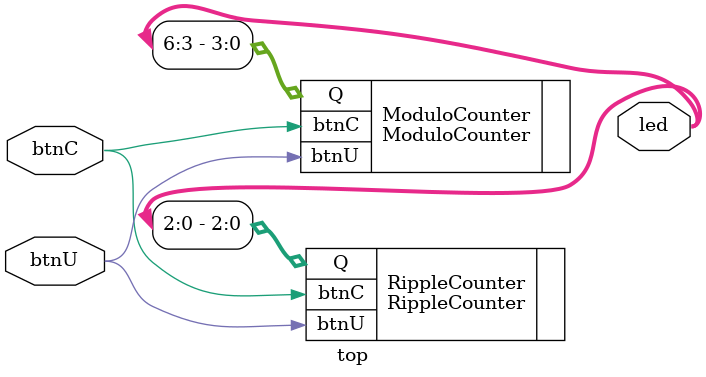
<source format=v>
module top (
    input btnC, btnU,
    output [6:0] led
);

RippleCounter RippleCounter(
    .btnC(btnC),
    .btnU(btnU),
    .Q(led[2:0])
);

ModuloCounter ModuloCounter (
    .btnC(btnC),
    .btnU(btnU),
    .Q(led[6:3])
);

endmodule 

</source>
